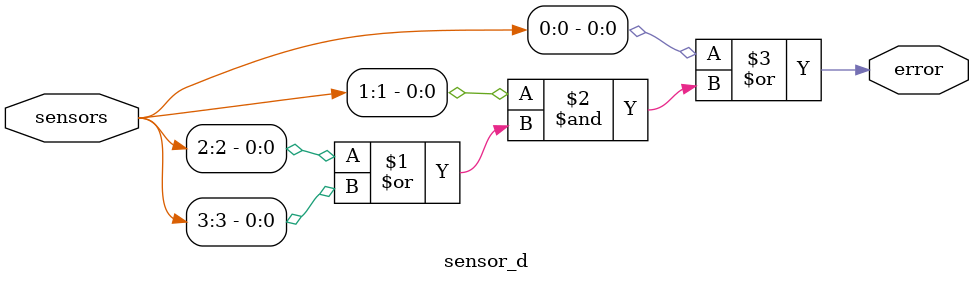
<source format=sv>

module sensor_d(
	input [3:0] sensors,
	output error
);

assign error = sensors[0] | sensors[1] & (sensors[2] | sensors[3]);

endmodule

</source>
